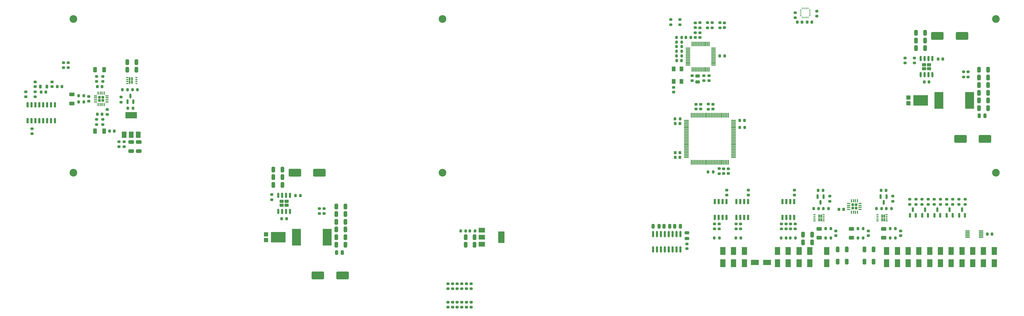
<source format=gbr>
%TF.GenerationSoftware,KiCad,Pcbnew,6.0.2+dfsg-1*%
%TF.CreationDate,2024-06-08T22:33:11+02:00*%
%TF.ProjectId,seatel,73656174-656c-42e6-9b69-6361645f7063,rev?*%
%TF.SameCoordinates,Original*%
%TF.FileFunction,Paste,Top*%
%TF.FilePolarity,Positive*%
%FSLAX46Y46*%
G04 Gerber Fmt 4.6, Leading zero omitted, Abs format (unit mm)*
G04 Created by KiCad (PCBNEW 6.0.2+dfsg-1) date 2024-06-08 22:33:11*
%MOMM*%
%LPD*%
G01*
G04 APERTURE LIST*
G04 Aperture macros list*
%AMRoundRect*
0 Rectangle with rounded corners*
0 $1 Rounding radius*
0 $2 $3 $4 $5 $6 $7 $8 $9 X,Y pos of 4 corners*
0 Add a 4 corners polygon primitive as box body*
4,1,4,$2,$3,$4,$5,$6,$7,$8,$9,$2,$3,0*
0 Add four circle primitives for the rounded corners*
1,1,$1+$1,$2,$3*
1,1,$1+$1,$4,$5*
1,1,$1+$1,$6,$7*
1,1,$1+$1,$8,$9*
0 Add four rect primitives between the rounded corners*
20,1,$1+$1,$2,$3,$4,$5,0*
20,1,$1+$1,$4,$5,$6,$7,0*
20,1,$1+$1,$6,$7,$8,$9,0*
20,1,$1+$1,$8,$9,$2,$3,0*%
G04 Aperture macros list end*
%ADD10RoundRect,0.200000X0.200000X0.275000X-0.200000X0.275000X-0.200000X-0.275000X0.200000X-0.275000X0*%
%ADD11RoundRect,0.225000X0.225000X0.250000X-0.225000X0.250000X-0.225000X-0.250000X0.225000X-0.250000X0*%
%ADD12R,1.800000X2.500000*%
%ADD13RoundRect,0.150000X0.150000X-0.587500X0.150000X0.587500X-0.150000X0.587500X-0.150000X-0.587500X0*%
%ADD14RoundRect,0.250000X-0.312500X-0.625000X0.312500X-0.625000X0.312500X0.625000X-0.312500X0.625000X0*%
%ADD15RoundRect,0.250000X-0.250000X-0.475000X0.250000X-0.475000X0.250000X0.475000X-0.250000X0.475000X0*%
%ADD16RoundRect,0.218750X0.256250X-0.218750X0.256250X0.218750X-0.256250X0.218750X-0.256250X-0.218750X0*%
%ADD17RoundRect,0.200000X-0.200000X-0.275000X0.200000X-0.275000X0.200000X0.275000X-0.200000X0.275000X0*%
%ADD18RoundRect,0.200000X-0.275000X0.200000X-0.275000X-0.200000X0.275000X-0.200000X0.275000X0.200000X0*%
%ADD19RoundRect,0.250000X0.625000X-0.312500X0.625000X0.312500X-0.625000X0.312500X-0.625000X-0.312500X0*%
%ADD20RoundRect,0.225000X0.250000X-0.225000X0.250000X0.225000X-0.250000X0.225000X-0.250000X-0.225000X0*%
%ADD21RoundRect,0.200000X0.275000X-0.200000X0.275000X0.200000X-0.275000X0.200000X-0.275000X-0.200000X0*%
%ADD22C,2.500000*%
%ADD23RoundRect,0.225000X-0.225000X-0.250000X0.225000X-0.250000X0.225000X0.250000X-0.225000X0.250000X0*%
%ADD24RoundRect,0.150000X-0.150000X0.725000X-0.150000X-0.725000X0.150000X-0.725000X0.150000X0.725000X0*%
%ADD25RoundRect,0.212500X-0.212500X-0.212500X0.212500X-0.212500X0.212500X0.212500X-0.212500X0.212500X0*%
%ADD26RoundRect,0.087500X-0.425000X-0.087500X0.425000X-0.087500X0.425000X0.087500X-0.425000X0.087500X0*%
%ADD27RoundRect,0.087500X-0.087500X-0.425000X0.087500X-0.425000X0.087500X0.425000X-0.087500X0.425000X0*%
%ADD28RoundRect,0.250000X0.325000X0.650000X-0.325000X0.650000X-0.325000X-0.650000X0.325000X-0.650000X0*%
%ADD29RoundRect,0.250000X-0.325000X-0.650000X0.325000X-0.650000X0.325000X0.650000X-0.325000X0.650000X0*%
%ADD30RoundRect,0.225000X-0.250000X0.225000X-0.250000X-0.225000X0.250000X-0.225000X0.250000X0.225000X0*%
%ADD31R,4.860000X3.360000*%
%ADD32R,1.400000X1.400000*%
%ADD33R,1.300000X1.600000*%
%ADD34R,0.600000X1.000000*%
%ADD35R,0.700000X0.420000*%
%ADD36RoundRect,0.250000X0.250000X0.475000X-0.250000X0.475000X-0.250000X-0.475000X0.250000X-0.475000X0*%
%ADD37RoundRect,0.250000X-0.475000X0.250000X-0.475000X-0.250000X0.475000X-0.250000X0.475000X0.250000X0*%
%ADD38RoundRect,0.150000X-0.150000X0.587500X-0.150000X-0.587500X0.150000X-0.587500X0.150000X0.587500X0*%
%ADD39RoundRect,0.250000X0.475000X-0.250000X0.475000X0.250000X-0.475000X0.250000X-0.475000X-0.250000X0*%
%ADD40R,2.500000X1.800000*%
%ADD41R,2.900680X5.400040*%
%ADD42RoundRect,0.212500X0.212500X-0.212500X0.212500X0.212500X-0.212500X0.212500X-0.212500X-0.212500X0*%
%ADD43RoundRect,0.087500X0.087500X-0.425000X0.087500X0.425000X-0.087500X0.425000X-0.087500X-0.425000X0*%
%ADD44RoundRect,0.087500X0.425000X-0.087500X0.425000X0.087500X-0.425000X0.087500X-0.425000X-0.087500X0*%
%ADD45RoundRect,0.150000X0.150000X-0.725000X0.150000X0.725000X-0.150000X0.725000X-0.150000X-0.725000X0*%
%ADD46RoundRect,0.250000X-1.750000X-1.000000X1.750000X-1.000000X1.750000X1.000000X-1.750000X1.000000X0*%
%ADD47RoundRect,0.075000X-0.650000X-0.075000X0.650000X-0.075000X0.650000X0.075000X-0.650000X0.075000X0*%
%ADD48R,1.500000X2.000000*%
%ADD49R,3.800000X2.000000*%
%ADD50RoundRect,0.150000X-0.150000X0.825000X-0.150000X-0.825000X0.150000X-0.825000X0.150000X0.825000X0*%
%ADD51RoundRect,0.250000X-0.420000X0.275000X-0.420000X-0.275000X0.420000X-0.275000X0.420000X0.275000X0*%
%ADD52RoundRect,0.150000X-0.150000X0.662500X-0.150000X-0.662500X0.150000X-0.662500X0.150000X0.662500X0*%
%ADD53RoundRect,0.075000X-0.075000X0.725000X-0.075000X-0.725000X0.075000X-0.725000X0.075000X0.725000X0*%
%ADD54RoundRect,0.075000X-0.725000X0.075000X-0.725000X-0.075000X0.725000X-0.075000X0.725000X0.075000X0*%
%ADD55RoundRect,0.250000X-0.650000X0.325000X-0.650000X-0.325000X0.650000X-0.325000X0.650000X0.325000X0*%
%ADD56RoundRect,0.218750X-0.218750X-0.381250X0.218750X-0.381250X0.218750X0.381250X-0.218750X0.381250X0*%
%ADD57R,2.000000X1.500000*%
%ADD58R,2.000000X3.800000*%
%ADD59RoundRect,0.075000X0.662500X0.075000X-0.662500X0.075000X-0.662500X-0.075000X0.662500X-0.075000X0*%
%ADD60RoundRect,0.075000X0.075000X0.662500X-0.075000X0.662500X-0.075000X-0.662500X0.075000X-0.662500X0*%
%ADD61RoundRect,0.050000X-0.225000X-0.050000X0.225000X-0.050000X0.225000X0.050000X-0.225000X0.050000X0*%
%ADD62RoundRect,0.050000X0.050000X-0.225000X0.050000X0.225000X-0.050000X0.225000X-0.050000X-0.225000X0*%
G04 APERTURE END LIST*
D10*
%TO.C,R73*%
X288325000Y-140250000D03*
X286675000Y-140250000D03*
%TD*%
%TO.C,R84*%
X332825000Y-166750000D03*
X331175000Y-166750000D03*
%TD*%
D11*
%TO.C,C35*%
X320525000Y-167000000D03*
X318975000Y-167000000D03*
%TD*%
D12*
%TO.C,D8*%
X359000000Y-184500000D03*
X359000000Y-180500000D03*
%TD*%
D13*
%TO.C,Q4*%
X346050000Y-168937500D03*
X347950000Y-168937500D03*
X347000000Y-167062500D03*
%TD*%
D14*
%TO.C,R52*%
X77037500Y-121500000D03*
X79962500Y-121500000D03*
%TD*%
D15*
%TO.C,C42*%
X155550000Y-181000000D03*
X157450000Y-181000000D03*
%TD*%
D16*
%TO.C,D27*%
X197800000Y-198787500D03*
X197800000Y-197212500D03*
%TD*%
D11*
%TO.C,C62*%
X306975000Y-106000000D03*
X305425000Y-106000000D03*
%TD*%
D10*
%TO.C,R66*%
X267825000Y-112500000D03*
X266175000Y-112500000D03*
%TD*%
D17*
%TO.C,R10*%
X300175000Y-176250000D03*
X301825000Y-176250000D03*
%TD*%
D13*
%TO.C,Q5*%
X342050000Y-168937500D03*
X343950000Y-168937500D03*
X343000000Y-167062500D03*
%TD*%
D18*
%TO.C,R90*%
X85500000Y-130425000D03*
X85500000Y-132075000D03*
%TD*%
D12*
%TO.C,D14*%
X281200000Y-184500000D03*
X281200000Y-180500000D03*
%TD*%
D18*
%TO.C,R93*%
X304750000Y-102925000D03*
X304750000Y-104575000D03*
%TD*%
D19*
%TO.C,R17*%
X323000000Y-176212500D03*
X323000000Y-173287500D03*
%TD*%
D12*
%TO.C,D5*%
X309500000Y-184500000D03*
X309500000Y-180500000D03*
%TD*%
D20*
%TO.C,C12*%
X339000000Y-175525000D03*
X339000000Y-173975000D03*
%TD*%
D21*
%TO.C,R82*%
X336500000Y-164325000D03*
X336500000Y-162675000D03*
%TD*%
D22*
%TO.C,FID4*%
X190000000Y-105000000D03*
%TD*%
D21*
%TO.C,R64*%
X267250000Y-106825000D03*
X267250000Y-105175000D03*
%TD*%
D23*
%TO.C,C19*%
X77725000Y-136000000D03*
X79275000Y-136000000D03*
%TD*%
D11*
%TO.C,C73*%
X267275000Y-148500000D03*
X265725000Y-148500000D03*
%TD*%
D23*
%TO.C,C11*%
X367225000Y-175000000D03*
X368775000Y-175000000D03*
%TD*%
D24*
%TO.C,IC3*%
X304405000Y-164425000D03*
X303135000Y-164425000D03*
X301865000Y-164425000D03*
X300595000Y-164425000D03*
X300595000Y-169575000D03*
X301865000Y-169575000D03*
X303135000Y-169575000D03*
X304405000Y-169575000D03*
%TD*%
D20*
%TO.C,C14*%
X269500000Y-179775000D03*
X269500000Y-178225000D03*
%TD*%
D25*
%TO.C,IC13*%
X323475000Y-165475000D03*
X324525000Y-166525000D03*
X323475000Y-166525000D03*
X324525000Y-165475000D03*
D26*
X322137500Y-165025000D03*
X322137500Y-165675000D03*
X322137500Y-166325000D03*
X322137500Y-166975000D03*
D27*
X323025000Y-167862500D03*
X323675000Y-167862500D03*
X324325000Y-167862500D03*
X324975000Y-167862500D03*
D26*
X325862500Y-166975000D03*
X325862500Y-166325000D03*
X325862500Y-165675000D03*
X325862500Y-165025000D03*
D27*
X324975000Y-164137500D03*
X324325000Y-164137500D03*
X323675000Y-164137500D03*
X323025000Y-164137500D03*
%TD*%
D16*
%TO.C,D28*%
X199300000Y-197212500D03*
X199300000Y-198787500D03*
%TD*%
D18*
%TO.C,R31*%
X79500000Y-137675000D03*
X79500000Y-139325000D03*
%TD*%
D28*
%TO.C,C26*%
X137975000Y-156500000D03*
X135025000Y-156500000D03*
%TD*%
%TO.C,C29*%
X137975000Y-159000000D03*
X135025000Y-159000000D03*
%TD*%
%TO.C,C25*%
X346975000Y-112000000D03*
X344025000Y-112000000D03*
%TD*%
D18*
%TO.C,R36*%
X199300000Y-191175000D03*
X199300000Y-192825000D03*
%TD*%
D28*
%TO.C,C7*%
X330225000Y-180000000D03*
X327275000Y-180000000D03*
%TD*%
D10*
%TO.C,R1*%
X316325000Y-173250000D03*
X314675000Y-173250000D03*
%TD*%
%TO.C,R34*%
X197575000Y-174000000D03*
X195925000Y-174000000D03*
%TD*%
D29*
%TO.C,C55*%
X364525000Y-124000000D03*
X367475000Y-124000000D03*
%TD*%
D30*
%TO.C,C72*%
X281750000Y-106225000D03*
X281750000Y-107775000D03*
%TD*%
D18*
%TO.C,R62*%
X276500000Y-132675000D03*
X276500000Y-134325000D03*
%TD*%
D31*
%TO.C,D22*%
X136582000Y-176000000D03*
D32*
X132600000Y-176920000D03*
X132600000Y-175080000D03*
%TD*%
D16*
%TO.C,D25*%
X194800000Y-198787500D03*
X194800000Y-197212500D03*
%TD*%
D21*
%TO.C,R49*%
X77500000Y-125325000D03*
X77500000Y-123675000D03*
%TD*%
%TO.C,R25*%
X358000000Y-165325000D03*
X358000000Y-163675000D03*
%TD*%
D33*
%TO.C,X1*%
X267750000Y-125300000D03*
X267750000Y-121200000D03*
X265250000Y-121200000D03*
X265250000Y-125300000D03*
%TD*%
D28*
%TO.C,C9*%
X321475000Y-180000000D03*
X318525000Y-180000000D03*
%TD*%
D34*
%TO.C,Q8*%
X313230000Y-170315000D03*
X313230000Y-169185000D03*
D35*
X314000000Y-170725000D03*
X314000000Y-170075000D03*
D34*
X312520000Y-169185000D03*
D35*
X314000000Y-168775000D03*
D34*
X312520000Y-170315000D03*
D35*
X314000000Y-169425000D03*
X311000000Y-168775000D03*
X311000000Y-169425000D03*
X311000000Y-170075000D03*
X311000000Y-170725000D03*
%TD*%
D17*
%TO.C,R80*%
X276425000Y-154750000D03*
X278075000Y-154750000D03*
%TD*%
D18*
%TO.C,R37*%
X343500000Y-117675000D03*
X343500000Y-119325000D03*
%TD*%
D36*
%TO.C,C6*%
X260450000Y-172500000D03*
X258550000Y-172500000D03*
%TD*%
D29*
%TO.C,C58*%
X155525000Y-168500000D03*
X158475000Y-168500000D03*
%TD*%
D17*
%TO.C,R63*%
X280175000Y-117000000D03*
X281825000Y-117000000D03*
%TD*%
D30*
%TO.C,C64*%
X276750000Y-123475000D03*
X276750000Y-125025000D03*
%TD*%
D37*
%TO.C,C70*%
X273000000Y-123550000D03*
X273000000Y-125450000D03*
%TD*%
D21*
%TO.C,R42*%
X342000000Y-165325000D03*
X342000000Y-163675000D03*
%TD*%
D18*
%TO.C,R76*%
X194800000Y-191175000D03*
X194800000Y-192825000D03*
%TD*%
D21*
%TO.C,R59*%
X275000000Y-125075000D03*
X275000000Y-123425000D03*
%TD*%
D13*
%TO.C,Q2*%
X354050000Y-168937500D03*
X355950000Y-168937500D03*
X355000000Y-167062500D03*
%TD*%
D10*
%TO.C,R61*%
X267825000Y-115500000D03*
X266175000Y-115500000D03*
%TD*%
D22*
%TO.C,FID3*%
X370000000Y-105000000D03*
%TD*%
D18*
%TO.C,R75*%
X193300000Y-191175000D03*
X193300000Y-192825000D03*
%TD*%
D38*
%TO.C,Q7*%
X334450000Y-162812500D03*
X332550000Y-162812500D03*
X333500000Y-164687500D03*
%TD*%
D14*
%TO.C,R28*%
X77037500Y-141500000D03*
X79962500Y-141500000D03*
%TD*%
D39*
%TO.C,C5*%
X269500000Y-176450000D03*
X269500000Y-174550000D03*
%TD*%
D18*
%TO.C,R78*%
X197800000Y-191175000D03*
X197800000Y-192825000D03*
%TD*%
D21*
%TO.C,R54*%
X79500000Y-125325000D03*
X79500000Y-123675000D03*
%TD*%
D18*
%TO.C,R22*%
X280000000Y-171675000D03*
X280000000Y-173325000D03*
%TD*%
D16*
%TO.C,D24*%
X193300000Y-198787500D03*
X193300000Y-197212500D03*
%TD*%
D11*
%TO.C,C30*%
X348275000Y-125500000D03*
X346725000Y-125500000D03*
%TD*%
%TO.C,C36*%
X352775000Y-118000000D03*
X351225000Y-118000000D03*
%TD*%
D18*
%TO.C,R27*%
X77500000Y-137675000D03*
X77500000Y-139325000D03*
%TD*%
D11*
%TO.C,C63*%
X267775000Y-118500000D03*
X266225000Y-118500000D03*
%TD*%
D21*
%TO.C,R7*%
X304750000Y-173325000D03*
X304750000Y-171675000D03*
%TD*%
%TO.C,R65*%
X264250000Y-106825000D03*
X264250000Y-105175000D03*
%TD*%
%TO.C,R40*%
X344000000Y-165325000D03*
X344000000Y-163675000D03*
%TD*%
%TO.C,R58*%
X68250000Y-120825000D03*
X68250000Y-119175000D03*
%TD*%
D18*
%TO.C,R43*%
X84750000Y-144925000D03*
X84750000Y-146575000D03*
%TD*%
D30*
%TO.C,C61*%
X265250000Y-127225000D03*
X265250000Y-128775000D03*
%TD*%
D28*
%TO.C,C3*%
X310225000Y-177700000D03*
X307275000Y-177700000D03*
%TD*%
D11*
%TO.C,C80*%
X267275000Y-139000000D03*
X265725000Y-139000000D03*
%TD*%
D40*
%TO.C,D11*%
X291600000Y-184200000D03*
X295600000Y-184200000D03*
%TD*%
D15*
%TO.C,C41*%
X364600000Y-136500000D03*
X366500000Y-136500000D03*
%TD*%
D11*
%TO.C,C31*%
X139275000Y-170000000D03*
X137725000Y-170000000D03*
%TD*%
D30*
%TO.C,C69*%
X271250000Y-123475000D03*
X271250000Y-125025000D03*
%TD*%
D20*
%TO.C,C15*%
X304500000Y-162275000D03*
X304500000Y-160725000D03*
%TD*%
D12*
%TO.C,D13*%
X299000000Y-184500000D03*
X299000000Y-180500000D03*
%TD*%
D29*
%TO.C,C46*%
X155525000Y-176000000D03*
X158475000Y-176000000D03*
%TD*%
D17*
%TO.C,R92*%
X89175000Y-128000000D03*
X90825000Y-128000000D03*
%TD*%
D10*
%TO.C,R50*%
X73325000Y-132000000D03*
X71675000Y-132000000D03*
%TD*%
D29*
%TO.C,C45*%
X364525000Y-121500000D03*
X367475000Y-121500000D03*
%TD*%
D18*
%TO.C,R71*%
X277750000Y-106175000D03*
X277750000Y-107825000D03*
%TD*%
%TO.C,R72*%
X280250000Y-106175000D03*
X280250000Y-107825000D03*
%TD*%
D41*
%TO.C,L1*%
X351498740Y-131500000D03*
X361501260Y-131500000D03*
%TD*%
D10*
%TO.C,R83*%
X336075000Y-166750000D03*
X334425000Y-166750000D03*
%TD*%
D23*
%TO.C,C24*%
X81725000Y-141500000D03*
X83275000Y-141500000D03*
%TD*%
D17*
%TO.C,R85*%
X312175000Y-160750000D03*
X313825000Y-160750000D03*
%TD*%
D42*
%TO.C,IC14*%
X79525000Y-131525000D03*
X78475000Y-131525000D03*
X79525000Y-130475000D03*
X78475000Y-130475000D03*
D43*
X78025000Y-132862500D03*
X78675000Y-132862500D03*
X79325000Y-132862500D03*
X79975000Y-132862500D03*
D44*
X80862500Y-131975000D03*
X80862500Y-131325000D03*
X80862500Y-130675000D03*
X80862500Y-130025000D03*
D43*
X79975000Y-129137500D03*
X79325000Y-129137500D03*
X78675000Y-129137500D03*
X78025000Y-129137500D03*
D44*
X77137500Y-130025000D03*
X77137500Y-130675000D03*
X77137500Y-131325000D03*
X77137500Y-131975000D03*
%TD*%
D29*
%TO.C,C56*%
X155525000Y-171000000D03*
X158475000Y-171000000D03*
%TD*%
D45*
%TO.C,IC12*%
X55055000Y-138075000D03*
X56325000Y-138075000D03*
X57595000Y-138075000D03*
X58865000Y-138075000D03*
X60135000Y-138075000D03*
X61405000Y-138075000D03*
X62675000Y-138075000D03*
X63945000Y-138075000D03*
X63945000Y-132925000D03*
X62675000Y-132925000D03*
X61405000Y-132925000D03*
X60135000Y-132925000D03*
X58865000Y-132925000D03*
X57595000Y-132925000D03*
X56325000Y-132925000D03*
X55055000Y-132925000D03*
%TD*%
D31*
%TO.C,D21*%
X345582000Y-131500000D03*
D32*
X341600000Y-132420000D03*
X341600000Y-130580000D03*
%TD*%
D10*
%TO.C,R19*%
X326825000Y-173250000D03*
X325175000Y-173250000D03*
%TD*%
D13*
%TO.C,Q3*%
X350050000Y-168937500D03*
X351950000Y-168937500D03*
X351000000Y-167062500D03*
%TD*%
D10*
%TO.C,R89*%
X89325000Y-134000000D03*
X87675000Y-134000000D03*
%TD*%
D18*
%TO.C,R47*%
X151500000Y-166675000D03*
X151500000Y-168325000D03*
%TD*%
D17*
%TO.C,R21*%
X278425000Y-176250000D03*
X280075000Y-176250000D03*
%TD*%
D10*
%TO.C,R39*%
X200575000Y-174000000D03*
X198925000Y-174000000D03*
%TD*%
D30*
%TO.C,C71*%
X272250000Y-106225000D03*
X272250000Y-107775000D03*
%TD*%
D46*
%TO.C,C21*%
X142000000Y-155000000D03*
X150000000Y-155000000D03*
%TD*%
D23*
%TO.C,C66*%
X308625000Y-106000000D03*
X310175000Y-106000000D03*
%TD*%
D29*
%TO.C,C54*%
X155525000Y-173500000D03*
X158475000Y-173500000D03*
%TD*%
D21*
%TO.C,R33*%
X346000000Y-165325000D03*
X346000000Y-163675000D03*
%TD*%
D22*
%TO.C,FID1*%
X370000000Y-155000000D03*
%TD*%
D15*
%TO.C,C17*%
X265550000Y-172500000D03*
X267450000Y-172500000D03*
%TD*%
D19*
%TO.C,R53*%
X69500000Y-132462500D03*
X69500000Y-129537500D03*
%TD*%
D47*
%TO.C,IC1*%
X360800000Y-174000000D03*
X360800000Y-174500000D03*
X360800000Y-175000000D03*
X360800000Y-175500000D03*
X360800000Y-176000000D03*
X365200000Y-176000000D03*
X365200000Y-175500000D03*
X365200000Y-175000000D03*
X365200000Y-174500000D03*
X365200000Y-174000000D03*
%TD*%
D20*
%TO.C,C1*%
X318000000Y-175525000D03*
X318000000Y-173975000D03*
%TD*%
D18*
%TO.C,R12*%
X285500000Y-171675000D03*
X285500000Y-173325000D03*
%TD*%
D10*
%TO.C,R2*%
X316325000Y-176250000D03*
X314675000Y-176250000D03*
%TD*%
D22*
%TO.C,FID2*%
X190000000Y-155000000D03*
%TD*%
D12*
%TO.C,D12*%
X302500000Y-184500000D03*
X302500000Y-180500000D03*
%TD*%
%TO.C,D18*%
X341500000Y-184500000D03*
X341500000Y-180500000D03*
%TD*%
D48*
%TO.C,IC9*%
X86450000Y-142650000D03*
X88750000Y-142650000D03*
D49*
X88750000Y-136350000D03*
D48*
X91050000Y-142650000D03*
%TD*%
D17*
%TO.C,R6*%
X285425000Y-176250000D03*
X287075000Y-176250000D03*
%TD*%
D12*
%TO.C,D15*%
X284700000Y-184500000D03*
X284700000Y-180500000D03*
%TD*%
D21*
%TO.C,R51*%
X311750000Y-104075000D03*
X311750000Y-102425000D03*
%TD*%
D12*
%TO.C,D4*%
X355500000Y-184500000D03*
X355500000Y-180500000D03*
%TD*%
%TO.C,D2*%
X352000000Y-184500000D03*
X352000000Y-180500000D03*
%TD*%
D10*
%TO.C,R55*%
X73325000Y-130000000D03*
X71675000Y-130000000D03*
%TD*%
D15*
%TO.C,C4*%
X262050000Y-172500000D03*
X263950000Y-172500000D03*
%TD*%
D50*
%TO.C,IC2*%
X267445000Y-175025000D03*
X266175000Y-175025000D03*
X264905000Y-175025000D03*
X263635000Y-175025000D03*
X262365000Y-175025000D03*
X261095000Y-175025000D03*
X259825000Y-175025000D03*
X258555000Y-175025000D03*
X258555000Y-179975000D03*
X259825000Y-179975000D03*
X261095000Y-179975000D03*
X262365000Y-179975000D03*
X263635000Y-179975000D03*
X264905000Y-179975000D03*
X266175000Y-179975000D03*
X267445000Y-179975000D03*
%TD*%
D17*
%TO.C,R91*%
X85925000Y-128000000D03*
X87575000Y-128000000D03*
%TD*%
%TO.C,R68*%
X266175000Y-114000000D03*
X267825000Y-114000000D03*
%TD*%
D29*
%TO.C,C57*%
X364525000Y-131500000D03*
X367475000Y-131500000D03*
%TD*%
D20*
%TO.C,C68*%
X273750000Y-111025000D03*
X273750000Y-109475000D03*
%TD*%
%TO.C,C86*%
X63000000Y-127025000D03*
X63000000Y-125475000D03*
%TD*%
D13*
%TO.C,Q1*%
X358050000Y-168937500D03*
X359950000Y-168937500D03*
X359000000Y-167062500D03*
%TD*%
D51*
%TO.C,IC10*%
X346700000Y-121130000D03*
X348300000Y-119870000D03*
X348300000Y-121130000D03*
X346700000Y-119870000D03*
D52*
X349405000Y-117862500D03*
X348135000Y-117862500D03*
X346865000Y-117862500D03*
X345595000Y-117862500D03*
X345595000Y-123137500D03*
X346865000Y-123137500D03*
X348135000Y-123137500D03*
X349405000Y-123137500D03*
%TD*%
D21*
%TO.C,R20*%
X278500000Y-173325000D03*
X278500000Y-171675000D03*
%TD*%
%TO.C,R23*%
X360000000Y-165325000D03*
X360000000Y-163675000D03*
%TD*%
D20*
%TO.C,C16*%
X289500000Y-162275000D03*
X289500000Y-160725000D03*
%TD*%
D29*
%TO.C,C48*%
X364525000Y-126500000D03*
X367475000Y-126500000D03*
%TD*%
D41*
%TO.C,L2*%
X142498740Y-176000000D03*
X152501260Y-176000000D03*
%TD*%
D20*
%TO.C,C79*%
X274000000Y-134275000D03*
X274000000Y-132725000D03*
%TD*%
D21*
%TO.C,R9*%
X301750000Y-173325000D03*
X301750000Y-171675000D03*
%TD*%
D12*
%TO.C,D16*%
X348500000Y-184500000D03*
X348500000Y-180500000D03*
%TD*%
D20*
%TO.C,C78*%
X278000000Y-134275000D03*
X278000000Y-132725000D03*
%TD*%
D10*
%TO.C,R87*%
X315575000Y-166750000D03*
X313925000Y-166750000D03*
%TD*%
D20*
%TO.C,C18*%
X282500000Y-162275000D03*
X282500000Y-160725000D03*
%TD*%
D10*
%TO.C,R15*%
X326825000Y-176250000D03*
X325175000Y-176250000D03*
%TD*%
D23*
%TO.C,C85*%
X59475000Y-128750000D03*
X61025000Y-128750000D03*
%TD*%
D20*
%TO.C,C44*%
X75000000Y-131775000D03*
X75000000Y-130225000D03*
%TD*%
D53*
%TO.C,IC17*%
X283000000Y-136325000D03*
X282500000Y-136325000D03*
X282000000Y-136325000D03*
X281500000Y-136325000D03*
X281000000Y-136325000D03*
X280500000Y-136325000D03*
X280000000Y-136325000D03*
X279500000Y-136325000D03*
X279000000Y-136325000D03*
X278500000Y-136325000D03*
X278000000Y-136325000D03*
X277500000Y-136325000D03*
X277000000Y-136325000D03*
X276500000Y-136325000D03*
X276000000Y-136325000D03*
X275500000Y-136325000D03*
X275000000Y-136325000D03*
X274500000Y-136325000D03*
X274000000Y-136325000D03*
X273500000Y-136325000D03*
X273000000Y-136325000D03*
X272500000Y-136325000D03*
X272000000Y-136325000D03*
X271500000Y-136325000D03*
X271000000Y-136325000D03*
D54*
X269325000Y-138000000D03*
X269325000Y-138500000D03*
X269325000Y-139000000D03*
X269325000Y-139500000D03*
X269325000Y-140000000D03*
X269325000Y-140500000D03*
X269325000Y-141000000D03*
X269325000Y-141500000D03*
X269325000Y-142000000D03*
X269325000Y-142500000D03*
X269325000Y-143000000D03*
X269325000Y-143500000D03*
X269325000Y-144000000D03*
X269325000Y-144500000D03*
X269325000Y-145000000D03*
X269325000Y-145500000D03*
X269325000Y-146000000D03*
X269325000Y-146500000D03*
X269325000Y-147000000D03*
X269325000Y-147500000D03*
X269325000Y-148000000D03*
X269325000Y-148500000D03*
X269325000Y-149000000D03*
X269325000Y-149500000D03*
X269325000Y-150000000D03*
D53*
X271000000Y-151675000D03*
X271500000Y-151675000D03*
X272000000Y-151675000D03*
X272500000Y-151675000D03*
X273000000Y-151675000D03*
X273500000Y-151675000D03*
X274000000Y-151675000D03*
X274500000Y-151675000D03*
X275000000Y-151675000D03*
X275500000Y-151675000D03*
X276000000Y-151675000D03*
X276500000Y-151675000D03*
X277000000Y-151675000D03*
X277500000Y-151675000D03*
X278000000Y-151675000D03*
X278500000Y-151675000D03*
X279000000Y-151675000D03*
X279500000Y-151675000D03*
X280000000Y-151675000D03*
X280500000Y-151675000D03*
X281000000Y-151675000D03*
X281500000Y-151675000D03*
X282000000Y-151675000D03*
X282500000Y-151675000D03*
X283000000Y-151675000D03*
D54*
X284675000Y-150000000D03*
X284675000Y-149500000D03*
X284675000Y-149000000D03*
X284675000Y-148500000D03*
X284675000Y-148000000D03*
X284675000Y-147500000D03*
X284675000Y-147000000D03*
X284675000Y-146500000D03*
X284675000Y-146000000D03*
X284675000Y-145500000D03*
X284675000Y-145000000D03*
X284675000Y-144500000D03*
X284675000Y-144000000D03*
X284675000Y-143500000D03*
X284675000Y-143000000D03*
X284675000Y-142500000D03*
X284675000Y-142000000D03*
X284675000Y-141500000D03*
X284675000Y-141000000D03*
X284675000Y-140500000D03*
X284675000Y-140000000D03*
X284675000Y-139500000D03*
X284675000Y-139000000D03*
X284675000Y-138500000D03*
X284675000Y-138000000D03*
%TD*%
D12*
%TO.C,D19*%
X338000000Y-184500000D03*
X338000000Y-180500000D03*
%TD*%
D22*
%TO.C,FID5*%
X70000000Y-105000000D03*
%TD*%
D18*
%TO.C,R77*%
X196300000Y-191175000D03*
X196300000Y-192825000D03*
%TD*%
D28*
%TO.C,C2*%
X310225000Y-175200000D03*
X307275000Y-175200000D03*
%TD*%
D30*
%TO.C,C74*%
X281500000Y-153725000D03*
X281500000Y-155275000D03*
%TD*%
D29*
%TO.C,C39*%
X87525000Y-121500000D03*
X90475000Y-121500000D03*
%TD*%
D18*
%TO.C,R45*%
X361000000Y-122175000D03*
X361000000Y-123825000D03*
%TD*%
D10*
%TO.C,R18*%
X337325000Y-173250000D03*
X335675000Y-173250000D03*
%TD*%
D55*
%TO.C,C33*%
X91250000Y-145025000D03*
X91250000Y-147975000D03*
%TD*%
D18*
%TO.C,R35*%
X340500000Y-117675000D03*
X340500000Y-119325000D03*
%TD*%
D10*
%TO.C,R88*%
X312400000Y-166750000D03*
X310750000Y-166750000D03*
%TD*%
D12*
%TO.C,D3*%
X306000000Y-184500000D03*
X306000000Y-180500000D03*
%TD*%
D20*
%TO.C,C65*%
X272250000Y-111025000D03*
X272250000Y-109475000D03*
%TD*%
D12*
%TO.C,D10*%
X362500000Y-184500000D03*
X362500000Y-180500000D03*
%TD*%
D18*
%TO.C,R70*%
X276250000Y-106175000D03*
X276250000Y-107825000D03*
%TD*%
D21*
%TO.C,R11*%
X287000000Y-173325000D03*
X287000000Y-171675000D03*
%TD*%
D18*
%TO.C,R38*%
X134500000Y-162175000D03*
X134500000Y-163825000D03*
%TD*%
D13*
%TO.C,Q11*%
X87550000Y-131937500D03*
X89450000Y-131937500D03*
X88500000Y-130062500D03*
%TD*%
D18*
%TO.C,R74*%
X191800000Y-191175000D03*
X191800000Y-192825000D03*
%TD*%
D29*
%TO.C,C49*%
X155525000Y-178500000D03*
X158475000Y-178500000D03*
%TD*%
D23*
%TO.C,C43*%
X77725000Y-127000000D03*
X79275000Y-127000000D03*
%TD*%
%TO.C,C87*%
X64725000Y-127000000D03*
X66275000Y-127000000D03*
%TD*%
D12*
%TO.C,D1*%
X315000000Y-184500000D03*
X315000000Y-180500000D03*
%TD*%
D56*
%TO.C,L3*%
X59187500Y-127000000D03*
X61312500Y-127000000D03*
%TD*%
D35*
%TO.C,Q6*%
X334500000Y-170075000D03*
D34*
X333020000Y-170315000D03*
X333730000Y-169185000D03*
D35*
X334500000Y-170725000D03*
D34*
X333020000Y-169185000D03*
D35*
X334500000Y-169425000D03*
D34*
X333730000Y-170315000D03*
D35*
X334500000Y-168775000D03*
X331500000Y-168775000D03*
X331500000Y-169425000D03*
X331500000Y-170075000D03*
X331500000Y-170725000D03*
%TD*%
D12*
%TO.C,D7*%
X369500000Y-184500000D03*
X369500000Y-180500000D03*
%TD*%
D20*
%TO.C,C77*%
X272500000Y-134275000D03*
X272500000Y-132725000D03*
%TD*%
D24*
%TO.C,IC5*%
X282405000Y-164425000D03*
X281135000Y-164425000D03*
X279865000Y-164425000D03*
X278595000Y-164425000D03*
X278595000Y-169575000D03*
X279865000Y-169575000D03*
X281135000Y-169575000D03*
X282405000Y-169575000D03*
%TD*%
D21*
%TO.C,R46*%
X359500000Y-123825000D03*
X359500000Y-122175000D03*
%TD*%
D23*
%TO.C,C83*%
X286725000Y-138000000D03*
X288275000Y-138000000D03*
%TD*%
D19*
%TO.C,R3*%
X312500000Y-176212500D03*
X312500000Y-173287500D03*
%TD*%
D12*
%TO.C,D17*%
X345000000Y-184500000D03*
X345000000Y-180500000D03*
%TD*%
D30*
%TO.C,C50*%
X81000000Y-134475000D03*
X81000000Y-136025000D03*
%TD*%
D55*
%TO.C,C34*%
X88750000Y-145025000D03*
X88750000Y-147975000D03*
%TD*%
D28*
%TO.C,C10*%
X321475000Y-184000000D03*
X318525000Y-184000000D03*
%TD*%
D57*
%TO.C,IC6*%
X202850000Y-173700000D03*
X202850000Y-176000000D03*
D58*
X209150000Y-176000000D03*
D57*
X202850000Y-178300000D03*
%TD*%
D21*
%TO.C,R30*%
X348000000Y-165325000D03*
X348000000Y-163675000D03*
%TD*%
%TO.C,R79*%
X280000000Y-155325000D03*
X280000000Y-153675000D03*
%TD*%
D38*
%TO.C,Q9*%
X313950000Y-162812500D03*
X312050000Y-162812500D03*
X313000000Y-164687500D03*
%TD*%
D10*
%TO.C,R67*%
X267825000Y-111000000D03*
X266175000Y-111000000D03*
%TD*%
D28*
%TO.C,C23*%
X137975000Y-154000000D03*
X135025000Y-154000000D03*
%TD*%
D21*
%TO.C,R41*%
X56500000Y-142325000D03*
X56500000Y-140675000D03*
%TD*%
D12*
%TO.C,D20*%
X334500000Y-184500000D03*
X334500000Y-180500000D03*
%TD*%
D28*
%TO.C,C22*%
X346975000Y-109500000D03*
X344025000Y-109500000D03*
%TD*%
D21*
%TO.C,R29*%
X352000000Y-165325000D03*
X352000000Y-163675000D03*
%TD*%
D46*
%TO.C,C20*%
X351000000Y-110500000D03*
X359000000Y-110500000D03*
%TD*%
%TO.C,C59*%
X358500000Y-144000000D03*
X366500000Y-144000000D03*
%TD*%
D11*
%TO.C,C37*%
X143775000Y-162500000D03*
X142225000Y-162500000D03*
%TD*%
D21*
%TO.C,R56*%
X57500000Y-130325000D03*
X57500000Y-128675000D03*
%TD*%
D59*
%TO.C,IC16*%
X278162500Y-120000000D03*
X278162500Y-119500000D03*
X278162500Y-119000000D03*
X278162500Y-118500000D03*
X278162500Y-118000000D03*
X278162500Y-117500000D03*
X278162500Y-117000000D03*
X278162500Y-116500000D03*
X278162500Y-116000000D03*
X278162500Y-115500000D03*
X278162500Y-115000000D03*
X278162500Y-114500000D03*
D60*
X276750000Y-113087500D03*
X276250000Y-113087500D03*
X275750000Y-113087500D03*
X275250000Y-113087500D03*
X274750000Y-113087500D03*
X274250000Y-113087500D03*
X273750000Y-113087500D03*
X273250000Y-113087500D03*
X272750000Y-113087500D03*
X272250000Y-113087500D03*
X271750000Y-113087500D03*
X271250000Y-113087500D03*
D59*
X269837500Y-114500000D03*
X269837500Y-115000000D03*
X269837500Y-115500000D03*
X269837500Y-116000000D03*
X269837500Y-116500000D03*
X269837500Y-117000000D03*
X269837500Y-117500000D03*
X269837500Y-118000000D03*
X269837500Y-118500000D03*
X269837500Y-119000000D03*
X269837500Y-119500000D03*
X269837500Y-120000000D03*
D60*
X271250000Y-121412500D03*
X271750000Y-121412500D03*
X272250000Y-121412500D03*
X272750000Y-121412500D03*
X273250000Y-121412500D03*
X273750000Y-121412500D03*
X274250000Y-121412500D03*
X274750000Y-121412500D03*
X275250000Y-121412500D03*
X275750000Y-121412500D03*
X276250000Y-121412500D03*
X276750000Y-121412500D03*
%TD*%
D21*
%TO.C,R24*%
X356000000Y-165325000D03*
X356000000Y-163675000D03*
%TD*%
D20*
%TO.C,C84*%
X57500000Y-127025000D03*
X57500000Y-125475000D03*
%TD*%
D18*
%TO.C,R69*%
X273750000Y-106175000D03*
X273750000Y-107825000D03*
%TD*%
D35*
%TO.C,Q10*%
X87500000Y-125325000D03*
X87500000Y-124675000D03*
D34*
X88980000Y-125565000D03*
X88270000Y-124435000D03*
X88270000Y-125565000D03*
X88980000Y-124435000D03*
D35*
X87500000Y-124025000D03*
X87500000Y-125975000D03*
X90500000Y-125975000D03*
X90500000Y-125325000D03*
X90500000Y-124675000D03*
X90500000Y-124025000D03*
%TD*%
D28*
%TO.C,C32*%
X200475000Y-176000000D03*
X197525000Y-176000000D03*
%TD*%
D18*
%TO.C,R8*%
X303250000Y-171675000D03*
X303250000Y-173325000D03*
%TD*%
D16*
%TO.C,D23*%
X191800000Y-198787500D03*
X191800000Y-197212500D03*
%TD*%
D46*
%TO.C,C60*%
X149500000Y-188500000D03*
X157500000Y-188500000D03*
%TD*%
D10*
%TO.C,R5*%
X304825000Y-176250000D03*
X303175000Y-176250000D03*
%TD*%
%TO.C,R4*%
X267325000Y-137500000D03*
X265675000Y-137500000D03*
%TD*%
D20*
%TO.C,C13*%
X328500000Y-175525000D03*
X328500000Y-173975000D03*
%TD*%
D28*
%TO.C,C27*%
X200475000Y-178500000D03*
X197525000Y-178500000D03*
%TD*%
D20*
%TO.C,C38*%
X54500000Y-130275000D03*
X54500000Y-128725000D03*
%TD*%
D28*
%TO.C,C28*%
X346975000Y-114500000D03*
X344025000Y-114500000D03*
%TD*%
D29*
%TO.C,C51*%
X364525000Y-129000000D03*
X367475000Y-129000000D03*
%TD*%
D21*
%TO.C,R48*%
X150000000Y-168325000D03*
X150000000Y-166675000D03*
%TD*%
%TO.C,R57*%
X66750000Y-120825000D03*
X66750000Y-119175000D03*
%TD*%
D18*
%TO.C,R13*%
X300250000Y-171675000D03*
X300250000Y-173325000D03*
%TD*%
D19*
%TO.C,R16*%
X333500000Y-176212500D03*
X333500000Y-173287500D03*
%TD*%
D24*
%TO.C,IC4*%
X289405000Y-164425000D03*
X288135000Y-164425000D03*
X286865000Y-164425000D03*
X285595000Y-164425000D03*
X285595000Y-169575000D03*
X286865000Y-169575000D03*
X288135000Y-169575000D03*
X289405000Y-169575000D03*
%TD*%
D16*
%TO.C,D26*%
X196300000Y-198787500D03*
X196300000Y-197212500D03*
%TD*%
D11*
%TO.C,C67*%
X270775000Y-111000000D03*
X269225000Y-111000000D03*
%TD*%
D12*
%TO.C,D6*%
X366000000Y-184500000D03*
X366000000Y-180500000D03*
%TD*%
D21*
%TO.C,R32*%
X350000000Y-165325000D03*
X350000000Y-163675000D03*
%TD*%
D11*
%TO.C,C81*%
X267275000Y-150000000D03*
X265725000Y-150000000D03*
%TD*%
D22*
%TO.C,FID6*%
X70000000Y-155000000D03*
%TD*%
D30*
%TO.C,C82*%
X283000000Y-153725000D03*
X283000000Y-155275000D03*
%TD*%
D29*
%TO.C,C40*%
X87525000Y-119000000D03*
X90475000Y-119000000D03*
%TD*%
D51*
%TO.C,IC11*%
X139300000Y-165630000D03*
X137700000Y-165630000D03*
X137700000Y-164370000D03*
X139300000Y-164370000D03*
D52*
X140405000Y-162362500D03*
X139135000Y-162362500D03*
X137865000Y-162362500D03*
X136595000Y-162362500D03*
X136595000Y-167637500D03*
X137865000Y-167637500D03*
X139135000Y-167637500D03*
X140405000Y-167637500D03*
%TD*%
D21*
%TO.C,R26*%
X354000000Y-165325000D03*
X354000000Y-163675000D03*
%TD*%
D17*
%TO.C,R60*%
X266175000Y-117000000D03*
X267825000Y-117000000D03*
%TD*%
D12*
%TO.C,D9*%
X288200000Y-184500000D03*
X288200000Y-180500000D03*
%TD*%
D29*
%TO.C,C52*%
X155525000Y-166000000D03*
X158475000Y-166000000D03*
%TD*%
D10*
%TO.C,R14*%
X337325000Y-176250000D03*
X335675000Y-176250000D03*
%TD*%
D28*
%TO.C,C8*%
X330225000Y-184000000D03*
X327275000Y-184000000D03*
%TD*%
D21*
%TO.C,R86*%
X316000000Y-164325000D03*
X316000000Y-162675000D03*
%TD*%
%TO.C,R44*%
X86500000Y-146575000D03*
X86500000Y-144925000D03*
%TD*%
D29*
%TO.C,C53*%
X364525000Y-134000000D03*
X367475000Y-134000000D03*
%TD*%
D61*
%TO.C,IC15*%
X306500000Y-102000000D03*
X306500000Y-102400000D03*
X306500000Y-102800000D03*
X306500000Y-103200000D03*
X306500000Y-103600000D03*
X306500000Y-104000000D03*
D62*
X307000000Y-104500000D03*
X307400000Y-104500000D03*
X307800000Y-104500000D03*
X308200000Y-104500000D03*
X308600000Y-104500000D03*
X309000000Y-104500000D03*
D61*
X309500000Y-104000000D03*
X309500000Y-103600000D03*
X309500000Y-103200000D03*
X309500000Y-102800000D03*
X309500000Y-102400000D03*
X309500000Y-102000000D03*
D62*
X309000000Y-101500000D03*
X308600000Y-101500000D03*
X308200000Y-101500000D03*
X307800000Y-101500000D03*
X307400000Y-101500000D03*
X307000000Y-101500000D03*
%TD*%
D17*
%TO.C,R81*%
X332675000Y-160750000D03*
X334325000Y-160750000D03*
%TD*%
M02*

</source>
